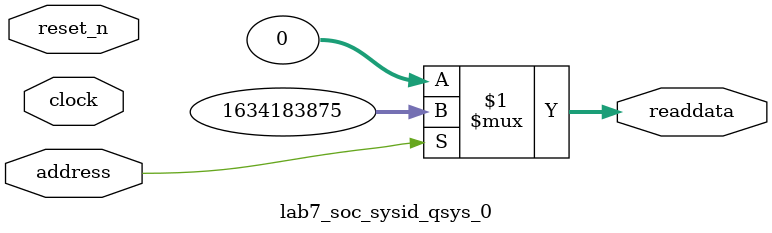
<source format=v>



// synthesis translate_off
`timescale 1ns / 1ps
// synthesis translate_on

// turn off superfluous verilog processor warnings 
// altera message_level Level1 
// altera message_off 10034 10035 10036 10037 10230 10240 10030 

module lab7_soc_sysid_qsys_0 (
               // inputs:
                address,
                clock,
                reset_n,

               // outputs:
                readdata
             )
;

  output  [ 31: 0] readdata;
  input            address;
  input            clock;
  input            reset_n;

  wire    [ 31: 0] readdata;
  //control_slave, which is an e_avalon_slave
  assign readdata = address ? 1634183875 : 0;

endmodule



</source>
